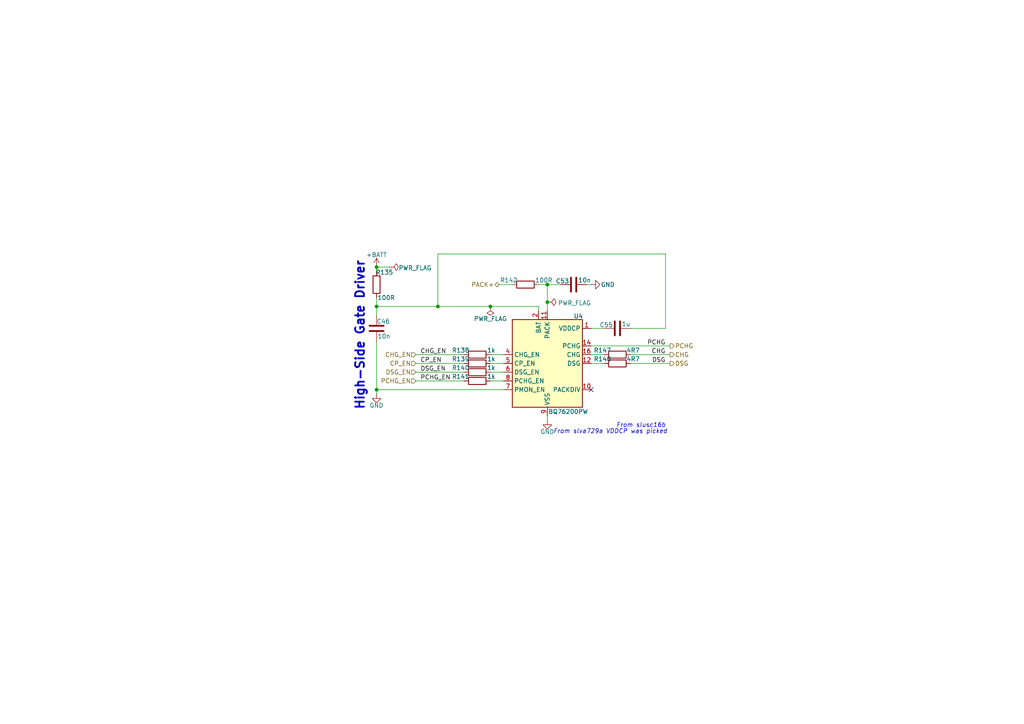
<source format=kicad_sch>
(kicad_sch (version 20250114) (generator "eeschema") (generator_version "9.0")
  (paper "A4")
  (lib_symbols
    (symbol "Battery_Management:BQ76200PW"
      (property "Reference" "U" (at -8.89 13.97 0))
      (property "Value" "BQ76200PW" (at 7.62 13.97 0))
      (symbol "BQ76200PW_0_1"
        (rectangle (start -10.16 -12.7) (end 10.16 12.7) (stroke (width 0.254)) (fill (type background)))
      )
      (symbol "BQ76200PW_1_1"
        (pin input line (at -12.7 2.54 0) (length 2.54) (name "CHG_EN") (number "4"))
        (pin input line (at -12.7 0 0) (length 2.54) (name "CP_EN") (number "5"))
        (pin input line (at -12.7 -2.54 0) (length 2.54) (name "DSG_EN") (number "6"))
        (pin input line (at -12.7 -5.08 0) (length 2.54) (name "PCHG_EN") (number "8"))
        (pin input line (at -12.7 -7.62 0) (length 2.54) (name "PMON_EN") (number "7"))
        (pin no_connect line (at -10.16 10.16 0) (length 2.54) (hide yes) (name "NC") (number "3"))
        (pin no_connect line (at -10.16 7.62 0) (length 2.54) (hide yes) (name "NC") (number "13"))
        (pin no_connect line (at -10.16 5.08 0) (length 2.54) (hide yes) (name "NC") (number "15"))
        (pin power_in line (at -2.54 15.24 270) (length 2.54) (name "BAT") (number "2"))
        (pin power_in line (at 0 15.24 270) (length 2.54) (name "PACK") (number "11"))
        (pin power_in line (at 0 -15.24 90) (length 2.54) (name "VSS") (number "9"))
        (pin output line (at 12.7 10.16 180) (length 2.54) (name "VDDCP") (number "1"))
        (pin output line (at 12.7 5.08 180) (length 2.54) (name "PCHG") (number "14"))
        (pin output line (at 12.7 2.54 180) (length 2.54) (name "CHG") (number "16"))
        (pin output line (at 12.7 0 180) (length 2.54) (name "DSG") (number "12"))
        (pin output line (at 12.7 -7.62 180) (length 2.54) (name "PACKDIV") (number "10"))
      )
    )
    (symbol "Device:C" (pin_numbers (hide yes)) (pin_names (offset 0.254))
      (property "Reference" "C" (at 0.635 2.54 0))
      (property "Value" "C" (at 0.635 -2.54 0))
      (symbol "C_0_1"
        (polyline (pts (xy -2.032 0.762) (xy 2.032 0.762)) (stroke (width 0.508)))
        (polyline (pts (xy -2.032 -0.762) (xy 2.032 -0.762)) (stroke (width 0.508)))
      )
      (symbol "C_1_1"
        (pin passive line (at 0 3.81 270) (length 2.794) (name "~") (number "1"))
        (pin passive line (at 0 -3.81 90) (length 2.794) (name "~") (number "2"))
      )
    )
    (symbol "Device:R" (pin_numbers (hide yes)) (pin_names (offset 0))
      (property "Reference" "R" (at 2.032 0 90))
      (property "Value" "R" (at 0 0 90))
      (symbol "R_0_1"
        (rectangle (start -1.016 -2.54) (end 1.016 2.54) (stroke (width 0.254)))
      )
      (symbol "R_1_1"
        (pin passive line (at 0 3.81 270) (length 1.27) (name "~") (number "1"))
        (pin passive line (at 0 -3.81 90) (length 1.27) (name "~") (number "2"))
      )
    )
    (symbol "PCM_4ms_Power-symbol:PWR_FLAG" (power) (pin_numbers (hide yes)) (pin_names (offset 0) (hide yes))
      (property "Value" "PWR_FLAG" (at 0 3.81 0))
      (symbol "PWR_FLAG_0_0"
        (pin power_out line (at 0 0 90) (length 0) (name "pwr") (number "1"))
      )
      (symbol "PWR_FLAG_0_1"
        (polyline (pts (xy 0 0) (xy 0 1.27) (xy -1.016 1.905) (xy 0 2.54) (xy 1.016 1.905) (xy 0 1.27)))
      )
    )
    (symbol "power:+BATT" (power) (pin_numbers (hide yes)) (pin_names (offset 0) (hide yes))
      (property "Value" "+BATT" (at 0 3.556 0))
      (symbol "+BATT_0_1"
        (polyline (pts (xy -0.762 1.27) (xy 0 2.54)))
        (polyline (pts (xy 0 2.54) (xy 0.762 1.27)))
        (polyline (pts (xy 0 0) (xy 0 2.54)))
      )
      (symbol "+BATT_1_1"
        (pin power_in line (at 0 0 90) (length 0) (name "~") (number "1"))
      )
    )
    (symbol "power:GND" (power) (pin_numbers (hide yes)) (pin_names (offset 0) (hide yes))
      (property "Value" "GND" (at 0 -3.81 0))
      (symbol "GND_0_1"
        (polyline (pts (xy 0 0) (xy 0 -1.27) (xy 1.27 -1.27) (xy 0 -2.54) (xy -1.27 -1.27) (xy 0 -1.27)))
      )
      (symbol "GND_1_1"
        (pin power_in line (at 0 0 270) (length 0) (name "~") (number "1"))
      )
    )
  )
  (text "From slva729a VDDCP was picked" (at 177.038 125.222 0) (effects (font (size 1.27 1.27) (italic yes))))
  (text "From slusc16b" (at 185.928 123.444 0) (effects (font (size 1.27 1.27) (italic yes))))
  (text "High-Side Gate Driver" (at 104.394 97.282 90) (effects (font (size 2.54 2.54) (thickness 0.508) (bold yes))))
  (junction (at 109.22 88.9))
  (junction (at 127 88.9))
  (junction (at 158.75 82.55))
  (junction (at 158.75 87.63))
  (junction (at 109.22 77.47))
  (junction (at 109.22 113.03))
  (junction (at 142.24 88.9))
  (no_connect (at 171.45 113.03))
  (wire (pts (xy 109.22 88.9) (xy 127 88.9)))
  (wire (pts (xy 109.22 86.36) (xy 109.22 88.9)))
  (wire (pts (xy 158.75 87.63) (xy 158.75 90.17)))
  (wire (pts (xy 158.75 82.55) (xy 158.75 87.63)))
  (wire (pts (xy 170.18 82.55) (xy 171.45 82.55)))
  (wire (pts (xy 120.65 107.95) (xy 134.62 107.95)))
  (wire (pts (xy 142.24 107.95) (xy 146.05 107.95)))
  (wire (pts (xy 156.21 82.55) (xy 158.75 82.55)))
  (wire (pts (xy 109.22 88.9) (xy 109.22 91.44)))
  (wire (pts (xy 158.75 82.55) (xy 162.56 82.55)))
  (wire (pts (xy 127 73.66) (xy 193.04 73.66)))
  (wire (pts (xy 109.22 113.03) (xy 109.22 114.3)))
  (wire (pts (xy 142.24 88.9) (xy 156.21 88.9)))
  (wire (pts (xy 182.88 95.25) (xy 193.04 95.25)))
  (wire (pts (xy 127 88.9) (xy 142.24 88.9)))
  (wire (pts (xy 109.22 99.06) (xy 109.22 113.03)))
  (wire (pts (xy 193.04 73.66) (xy 193.04 95.25)))
  (wire (pts (xy 156.21 90.17) (xy 156.21 88.9)))
  (wire (pts (xy 120.65 105.41) (xy 134.62 105.41)))
  (wire (pts (xy 109.22 77.47) (xy 113.03 77.47)))
  (wire (pts (xy 144.78 82.55) (xy 148.59 82.55)))
  (wire (pts (xy 158.75 120.65) (xy 158.75 121.92)))
  (wire (pts (xy 182.88 105.41) (xy 194.31 105.41)))
  (wire (pts (xy 142.24 102.87) (xy 146.05 102.87)))
  (wire (pts (xy 171.45 100.33) (xy 194.31 100.33)))
  (wire (pts (xy 142.24 110.49) (xy 146.05 110.49)))
  (wire (pts (xy 120.65 110.49) (xy 134.62 110.49)))
  (wire (pts (xy 142.24 105.41) (xy 146.05 105.41)))
  (wire (pts (xy 109.22 113.03) (xy 146.05 113.03)))
  (wire (pts (xy 120.65 102.87) (xy 134.62 102.87)))
  (wire (pts (xy 171.45 95.25) (xy 175.26 95.25)))
  (wire (pts (xy 171.45 105.41) (xy 175.26 105.41)))
  (wire (pts (xy 127 73.66) (xy 127 88.9)))
  (wire (pts (xy 109.22 77.47) (xy 109.22 78.74)))
  (wire (pts (xy 182.88 102.87) (xy 194.31 102.87)))
  (wire (pts (xy 171.45 102.87) (xy 175.26 102.87)))
  (label "PCHG" (at 193.04 100.33 180))
  (label "PCHG_EN" (at 121.92 110.49 0))
  (label "DSG_EN" (at 121.92 107.95 0))
  (label "CP_EN" (at 121.92 105.41 0))
  (label "CHG" (at 193.04 102.87 180))
  (label "CHG_EN" (at 121.92 102.87 0))
  (label "DSG" (at 193.04 105.41 180))
  (hierarchical_label "CHG" (shape output) (at 194.31 102.87 0))
  (hierarchical_label "CP_EN" (shape input) (at 120.65 105.41 180))
  (hierarchical_label "DSG" (shape output) (at 194.31 105.41 0))
  (hierarchical_label "PCHG" (shape output) (at 194.31 100.33 0))
  (hierarchical_label "CHG_EN" (shape input) (at 120.65 102.87 180))
  (hierarchical_label "DSG_EN" (shape input) (at 120.65 107.95 180))
  (hierarchical_label "PCHG_EN" (shape input) (at 120.65 110.49 180))
  (hierarchical_label "PACK+" (shape bidirectional) (at 144.78 82.55 180))
  (symbol (lib_id "Device:R") (at 179.07 105.41 90) (unit 1)
    (property "Reference" "R148" (at 174.752 104.14 90))
    (property "Value" "4R7" (at 183.642 104.14 90))
    (property "Description" "Resistor" (effects (hide yes)))
  )
  (symbol (lib_id "PCM_4ms_Power-symbol:PWR_FLAG") (at 113.03 77.47 270) (unit 1)
    (property "Reference" "#FLG06" (effects (hide yes)))
    (property "Value" "PWR_FLAG" (at 115.57 77.724 90) (effects (justify left)))
  )
  (symbol (lib_id "power:GND") (at 109.22 114.3 0) (unit 1)
    (property "Reference" "#PWR079" (effects (hide yes)))
    (property "Value" "GND" (at 111.252 117.602 0) (effects (justify right)))
    (property "Description" "Power symbol creates a global label with name \"GND\" , ground" (effects (hide yes)))
  )
  (symbol (lib_id "Device:C") (at 166.37 82.55 90) (unit 1)
    (property "Reference" "C53" (at 165.1 81.534 90) (effects (justify left)))
    (property "Value" "10n" (at 171.45 81.28 90) (effects (justify left)))
    (property "Description" "Unpolarized capacitor" (effects (hide yes)))
  )
  (symbol (lib_id "Device:R") (at 138.43 110.49 90) (unit 1)
    (property "Reference" "R141" (at 133.604 109.22 90))
    (property "Value" "1k" (at 142.494 109.22 90))
    (property "Description" "Resistor" (effects (hide yes)))
  )
  (symbol (lib_id "power:GND") (at 158.75 121.92 0) (unit 1)
    (property "Reference" "#PWR081" (effects (hide yes)))
    (property "Value" "GND" (at 160.782 125.222 0) (effects (justify right)))
    (property "Description" "Power symbol creates a global label with name \"GND\" , ground" (effects (hide yes)))
  )
  (symbol (lib_id "Device:R") (at 179.07 102.87 90) (unit 1)
    (property "Reference" "R147" (at 174.752 101.6 90))
    (property "Value" "4R7" (at 183.642 101.6 90))
    (property "Description" "Resistor" (effects (hide yes)))
  )
  (symbol (lib_id "Device:R") (at 152.4 82.55 90) (unit 1)
    (property "Reference" "R142" (at 147.574 81.28 90))
    (property "Value" "100R" (at 157.734 81.28 90))
    (property "Description" "Resistor" (effects (hide yes)))
  )
  (symbol (lib_id "power:GND") (at 171.45 82.55 90) (unit 1)
    (property "Reference" "#PWR057" (effects (hide yes)))
    (property "Value" "GND" (at 174.244 82.55 90) (effects (justify right)))
    (property "Description" "Power symbol creates a global label with name \"GND\" , ground" (effects (hide yes)))
  )
  (symbol (lib_id "power:+BATT") (at 109.22 77.47 0) (unit 1)
    (property "Reference" "#PWR012" (effects (hide yes)))
    (property "Value" "+BATT" (at 109.22 73.914 0))
    (property "Description" "Power symbol creates a global label with name \"+BATT\"" (effects (hide yes)))
  )
  (symbol (lib_id "PCM_4ms_Power-symbol:PWR_FLAG") (at 158.75 87.63 270) (unit 1)
    (property "Reference" "#FLG04" (effects (hide yes)))
    (property "Value" "PWR_FLAG" (at 161.798 87.884 90) (effects (justify left)))
  )
  (symbol (lib_id "Device:C") (at 109.22 95.25 0) (unit 1)
    (property "Reference" "C46" (at 109.22 93.218 0) (effects (justify left)))
    (property "Value" "10n" (at 109.474 97.536 0) (effects (justify left)))
    (property "Description" "Unpolarized capacitor" (effects (hide yes)))
  )
  (symbol (lib_id "Device:R") (at 138.43 105.41 90) (unit 1)
    (property "Reference" "R139" (at 133.604 104.14 90))
    (property "Value" "1k" (at 142.494 104.14 90))
    (property "Description" "Resistor" (effects (hide yes)))
  )
  (symbol (lib_id "PCM_4ms_Power-symbol:PWR_FLAG") (at 142.24 88.9 180) (unit 1)
    (property "Reference" "#FLG05" (effects (hide yes)))
    (property "Value" "PWR_FLAG" (at 147.066 92.456 0) (effects (justify left)))
  )
  (symbol (lib_id "Device:R") (at 138.43 107.95 90) (unit 1)
    (property "Reference" "R140" (at 133.604 106.68 90))
    (property "Value" "1k" (at 142.494 106.68 90))
    (property "Description" "Resistor" (effects (hide yes)))
  )
  (symbol (lib_id "Device:R") (at 138.43 102.87 90) (unit 1)
    (property "Reference" "R138" (at 133.604 101.6 90))
    (property "Value" "1k" (at 142.494 101.6 90))
    (property "Description" "Resistor" (effects (hide yes)))
  )
  (symbol (lib_id "Device:C") (at 179.07 95.25 90) (unit 1)
    (property "Reference" "C55" (at 177.8 94.234 90) (effects (justify left)))
    (property "Value" "1u" (at 182.88 93.98 90) (effects (justify left)))
    (property "Description" "Unpolarized capacitor" (effects (hide yes)))
  )
  (symbol (lib_id "Device:R") (at 109.22 82.55 180) (unit 1)
    (property "Reference" "R135" (at 111.506 78.994 0))
    (property "Value" "100R" (at 112.014 86.36 0))
    (property "Description" "Resistor" (effects (hide yes)))
  )
  (symbol (lib_id "Battery_Management:BQ76200PW") (at 158.75 105.41 0) (unit 1)
    (property "Reference" "U4" (at 166.37 91.694 0) (effects (justify left)))
    (property "Value" "BQ76200PW" (at 159.004 119.38 0) (effects (justify left)))
    (property "Footprint" "Package_SO:TSSOP-16_4.4x5mm_P0.65mm" (effects (hide yes)))
    (property "Datasheet" "http://www.ti.com/lit/ds/symlink/bq76200.pdf" (effects (hide yes)))
    (property "Description" "High Voltage Battery Pack Front-End Charge/Discharge High-Side NFET Driver, TSSOP-16" (effects (hide yes)))
  )
)
</source>
